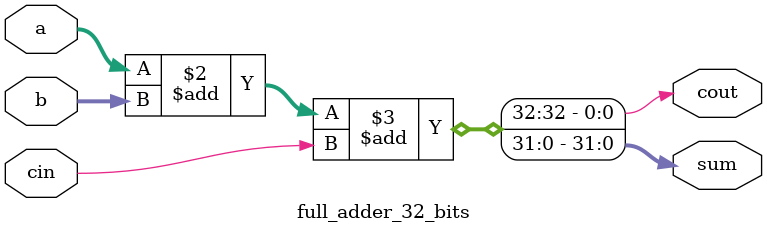
<source format=v>
module full_adder_32_bits
                ( input [31:0] a,
                  input [31:0] b,
                  input cin,
                  output reg cout,
                  output reg [31:0] sum);
    always @ (a or b or cin) begin
    {cout, sum} = a + b + cin;
    end
endmodule

</source>
